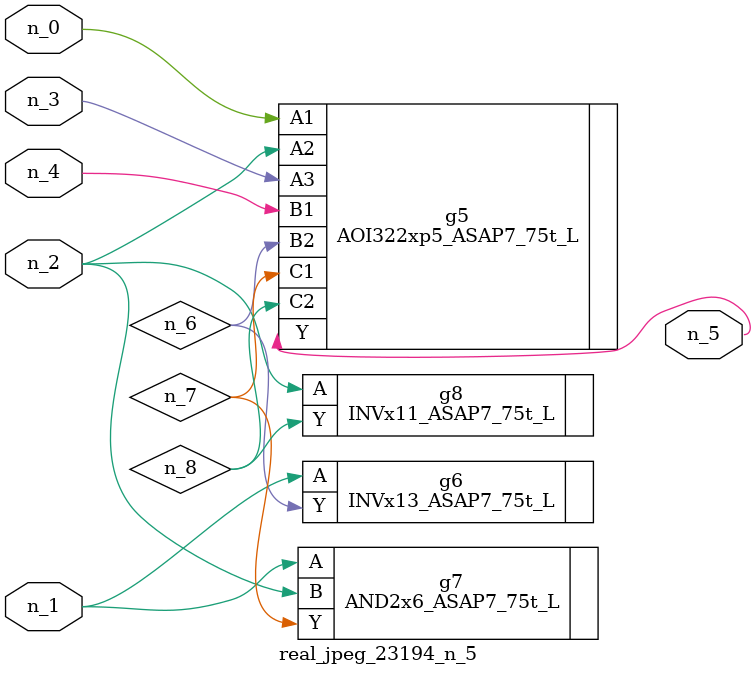
<source format=v>
module real_jpeg_23194_n_5 (n_4, n_0, n_1, n_2, n_3, n_5);

input n_4;
input n_0;
input n_1;
input n_2;
input n_3;

output n_5;

wire n_8;
wire n_6;
wire n_7;

AOI322xp5_ASAP7_75t_L g5 ( 
.A1(n_0),
.A2(n_2),
.A3(n_3),
.B1(n_4),
.B2(n_6),
.C1(n_7),
.C2(n_8),
.Y(n_5)
);

INVx13_ASAP7_75t_L g6 ( 
.A(n_1),
.Y(n_6)
);

AND2x6_ASAP7_75t_L g7 ( 
.A(n_1),
.B(n_2),
.Y(n_7)
);

INVx11_ASAP7_75t_L g8 ( 
.A(n_2),
.Y(n_8)
);


endmodule
</source>
